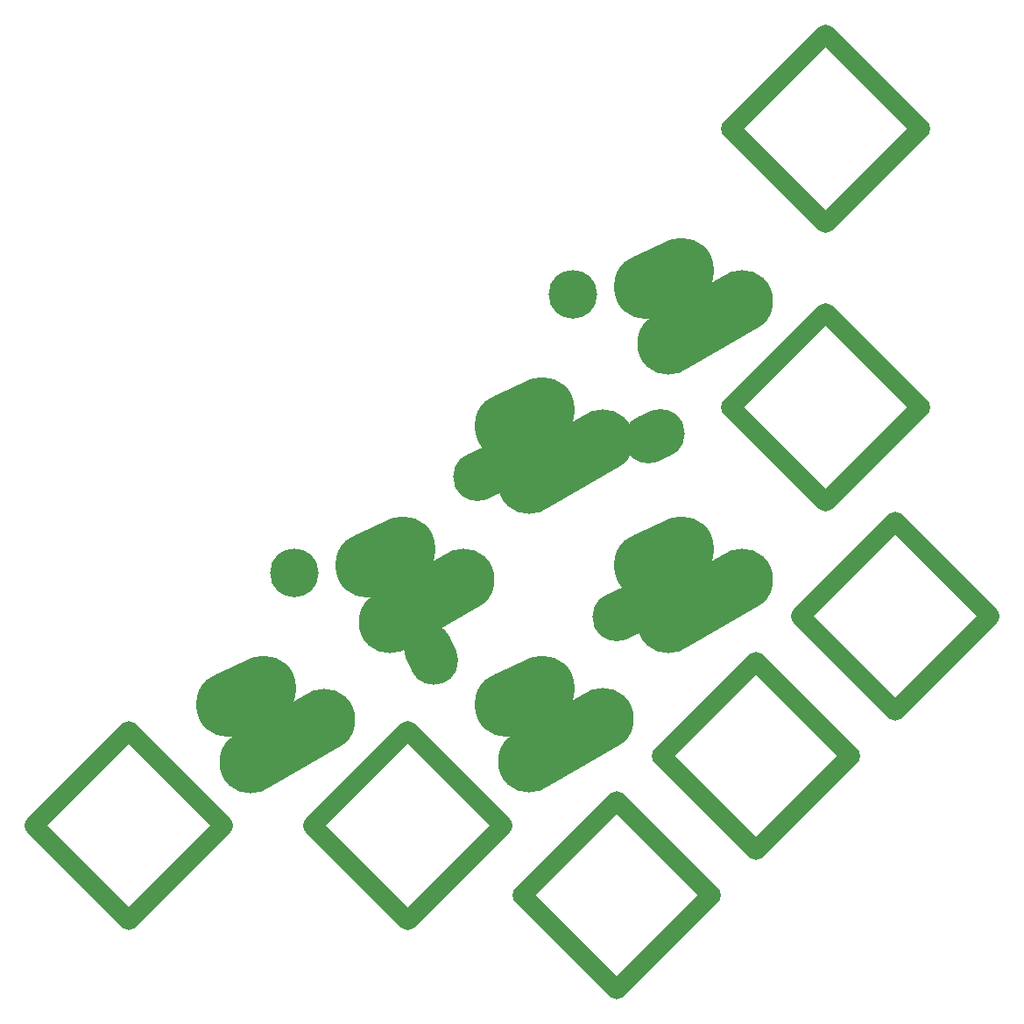
<source format=gts>
G04 #@! TF.GenerationSoftware,KiCad,Pcbnew,8.0.5*
G04 #@! TF.CreationDate,2024-09-18T07:34:35+09:00*
G04 #@! TF.ProjectId,SandyLP_Plate_Middle,53616e64-794c-4505-9f50-6c6174655f4d,v.0*
G04 #@! TF.SameCoordinates,Original*
G04 #@! TF.FileFunction,Soldermask,Top*
G04 #@! TF.FilePolarity,Negative*
%FSLAX46Y46*%
G04 Gerber Fmt 4.6, Leading zero omitted, Abs format (unit mm)*
G04 Created by KiCad (PCBNEW 8.0.5) date 2024-09-18 07:34:35*
%MOMM*%
%LPD*%
G01*
G04 APERTURE LIST*
G04 Aperture macros list*
%AMRoundRect*
0 Rectangle with rounded corners*
0 $1 Rounding radius*
0 $2 $3 $4 $5 $6 $7 $8 $9 X,Y pos of 4 corners*
0 Add a 4 corners polygon primitive as box body*
4,1,4,$2,$3,$4,$5,$6,$7,$8,$9,$2,$3,0*
0 Add four circle primitives for the rounded corners*
1,1,$1+$1,$2,$3*
1,1,$1+$1,$4,$5*
1,1,$1+$1,$6,$7*
1,1,$1+$1,$8,$9*
0 Add four rect primitives between the rounded corners*
20,1,$1+$1,$2,$3,$4,$5,0*
20,1,$1+$1,$4,$5,$6,$7,0*
20,1,$1+$1,$6,$7,$8,$9,0*
20,1,$1+$1,$8,$9,$2,$3,0*%
%AMHorizOval*
0 Thick line with rounded ends*
0 $1 width*
0 $2 $3 position (X,Y) of the first rounded end (center of the circle)*
0 $4 $5 position (X,Y) of the second rounded end (center of the circle)*
0 Add line between two ends*
20,1,$1,$2,$3,$4,$5,0*
0 Add two circle primitives to create the rounded ends*
1,1,$1,$2,$3*
1,1,$1,$4,$5*%
G04 Aperture macros list end*
%ADD10RoundRect,0.900000X4.596201X-4.596187X-4.596187X4.596201X-4.596201X4.596187X4.596187X-4.596201X0*%
%ADD11RoundRect,0.900000X-4.596187X-4.596201X4.596201X4.596187X4.596187X4.596201X-4.596201X-4.596187X0*%
%ADD12HorizOval,6.000000X3.550704X2.050000X-3.550704X-2.050000X0*%
%ADD13HorizOval,6.300000X1.676669X0.781844X-1.676669X-0.781844X0*%
%ADD14C,4.700000*%
%ADD15HorizOval,4.700000X-0.274702X0.589100X0.274702X-0.589100X0*%
%ADD16HorizOval,4.700000X0.589100X0.274702X-0.589100X-0.274702X0*%
G04 APERTURE END LIST*
D10*
X193472835Y-70291280D03*
D11*
X193472835Y-61098892D03*
X202665223Y-70291280D03*
D10*
X202665223Y-61098892D03*
D12*
X139290778Y-77698224D03*
D13*
X135330980Y-73455583D03*
D14*
X139977998Y-61485591D03*
D15*
X153185427Y-69319008D03*
D12*
X152761162Y-64227840D03*
X166196191Y-77662868D03*
D13*
X148801364Y-59985199D03*
X162271749Y-73455583D03*
D16*
X171711624Y-65429921D03*
X158276595Y-51924182D03*
D12*
X166231547Y-50757455D03*
X179666575Y-64192484D03*
D13*
X162271749Y-46514815D03*
X175742133Y-59985199D03*
D16*
X174787539Y-48282582D03*
D14*
X166918766Y-34544823D03*
D12*
X179701931Y-37287071D03*
D13*
X175742133Y-33044430D03*
D10*
X186737643Y-23144935D03*
D11*
X186737643Y-13952547D03*
X195930031Y-23144935D03*
D10*
X195930031Y-13952547D03*
X146344196Y-90514562D03*
D11*
X146344196Y-81322174D03*
X155536584Y-90514562D03*
D10*
X155536584Y-81322174D03*
X186737643Y-50085703D03*
D11*
X186737643Y-40893315D03*
X195930031Y-50085703D03*
D10*
X195930031Y-40893315D03*
X119385722Y-90496856D03*
D11*
X119385722Y-81304468D03*
X128578110Y-90496856D03*
D10*
X128578110Y-81304468D03*
X166532067Y-97232048D03*
D11*
X166532067Y-88039660D03*
X175724455Y-97232048D03*
D10*
X175724455Y-88039660D03*
X180002451Y-83761664D03*
D11*
X180002451Y-74569276D03*
X189194839Y-83761664D03*
D10*
X189194839Y-74569276D03*
M02*

</source>
